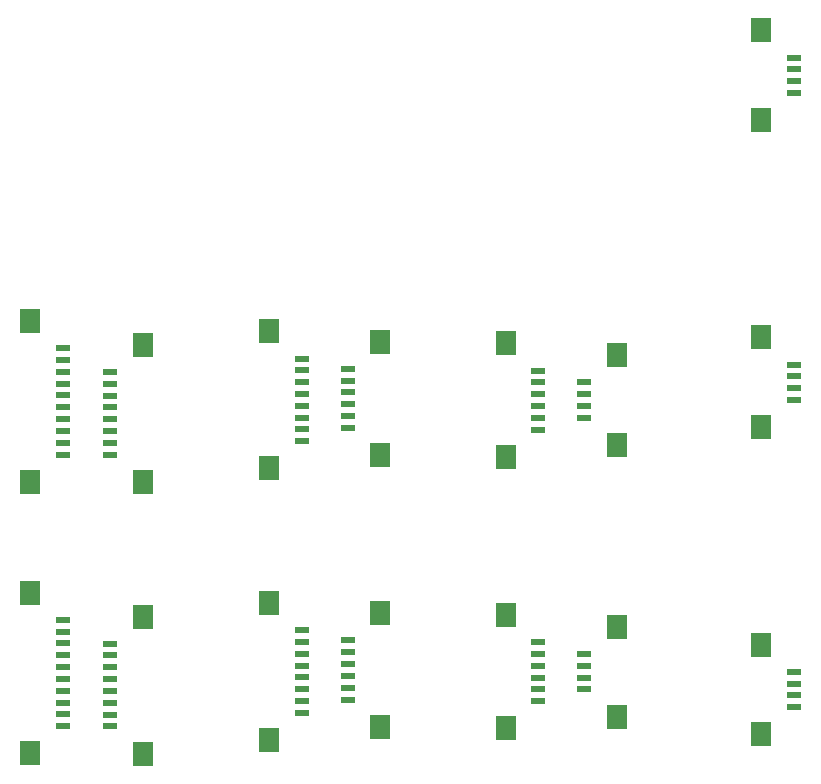
<source format=gbr>
%TF.GenerationSoftware,Altium Limited,Altium Designer,24.3.1 (35)*%
G04 Layer_Color=128*
%FSLAX45Y45*%
%MOMM*%
%TF.SameCoordinates,065391E9-2A1D-4ECE-AA0D-878B158C5FC5*%
%TF.FilePolarity,Positive*%
%TF.FileFunction,Paste,Bot*%
%TF.Part,CustomerPanel*%
G01*
G75*
%TA.AperFunction,SMDPad,CuDef*%
%ADD10R,1.80000X2.00000*%
%ADD11R,1.30000X0.60000*%
D10*
X406400Y1569004D02*
D03*
Y209001D02*
D03*
X1358900Y207401D02*
D03*
Y1367399D02*
D03*
X406400Y3869004D02*
D03*
Y2509001D02*
D03*
X1358900Y2507401D02*
D03*
Y3667399D02*
D03*
X3370000Y1394399D02*
D03*
Y434401D02*
D03*
X2431800Y1481699D02*
D03*
Y321701D02*
D03*
X3370000Y3694399D02*
D03*
Y2734401D02*
D03*
X2431800Y3781699D02*
D03*
Y2621701D02*
D03*
X6596900Y370001D02*
D03*
Y1130004D02*
D03*
Y2970001D02*
D03*
Y3730004D02*
D03*
Y5570001D02*
D03*
Y6330005D02*
D03*
X4431800Y1379999D02*
D03*
Y420001D02*
D03*
X5371600Y520001D02*
D03*
Y1279999D02*
D03*
X4431800Y3679999D02*
D03*
Y2720001D02*
D03*
X5371600Y2820001D02*
D03*
Y3579999D02*
D03*
D11*
X681401Y439003D02*
D03*
Y539003D02*
D03*
Y639003D02*
D03*
Y739003D02*
D03*
Y839003D02*
D03*
Y939002D02*
D03*
Y1039002D02*
D03*
Y1139002D02*
D03*
Y1239002D02*
D03*
Y1339002D02*
D03*
X1083899Y1137397D02*
D03*
Y1037397D02*
D03*
Y937397D02*
D03*
Y837397D02*
D03*
Y737398D02*
D03*
Y637398D02*
D03*
Y537398D02*
D03*
Y437398D02*
D03*
X681401Y2739003D02*
D03*
Y2839003D02*
D03*
Y2939003D02*
D03*
Y3039003D02*
D03*
Y3139003D02*
D03*
Y3239002D02*
D03*
Y3339002D02*
D03*
Y3439002D02*
D03*
Y3539002D02*
D03*
Y3639002D02*
D03*
X1083899Y3437397D02*
D03*
Y3337397D02*
D03*
Y3237397D02*
D03*
Y3137397D02*
D03*
Y3037398D02*
D03*
Y2937398D02*
D03*
Y2837398D02*
D03*
Y2737398D02*
D03*
X3094999Y664398D02*
D03*
Y764398D02*
D03*
Y864403D02*
D03*
Y964402D02*
D03*
Y1064402D02*
D03*
Y1164402D02*
D03*
X2706801Y551698D02*
D03*
Y651698D02*
D03*
Y751698D02*
D03*
Y851703D02*
D03*
Y951702D02*
D03*
Y1051702D02*
D03*
Y1151702D02*
D03*
Y1251702D02*
D03*
X3094999Y2964398D02*
D03*
Y3064398D02*
D03*
Y3164403D02*
D03*
Y3264402D02*
D03*
Y3364402D02*
D03*
Y3464402D02*
D03*
X2706801Y2851698D02*
D03*
Y2951698D02*
D03*
Y3051698D02*
D03*
Y3151703D02*
D03*
Y3251702D02*
D03*
Y3351702D02*
D03*
Y3451702D02*
D03*
Y3551702D02*
D03*
X6871901Y900002D02*
D03*
Y800002D02*
D03*
Y700003D02*
D03*
Y600003D02*
D03*
Y3500002D02*
D03*
Y3400003D02*
D03*
Y3300003D02*
D03*
Y3200003D02*
D03*
Y6100003D02*
D03*
Y6000003D02*
D03*
Y5900003D02*
D03*
Y5800003D02*
D03*
X4706801Y650003D02*
D03*
Y750003D02*
D03*
Y850003D02*
D03*
Y950002D02*
D03*
Y1050002D02*
D03*
Y1150002D02*
D03*
X5096599Y1050002D02*
D03*
Y950002D02*
D03*
Y850003D02*
D03*
Y750003D02*
D03*
X4706801Y2950003D02*
D03*
Y3050003D02*
D03*
Y3150003D02*
D03*
Y3250002D02*
D03*
Y3350002D02*
D03*
Y3450002D02*
D03*
X5096599Y3350002D02*
D03*
Y3250002D02*
D03*
Y3150003D02*
D03*
Y3050003D02*
D03*
%TF.MD5,6e5748c77d4781b335631a4bf5d961f1*%
M02*

</source>
